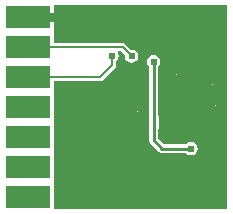
<source format=gbl>
G04 Layer_Physical_Order=2*
G04 Layer_Color=11436288*
%FSLAX25Y25*%
%MOIN*%
G70*
G01*
G75*
%ADD16R,0.15000X0.07600*%
%ADD17C,0.00600*%
%ADD21C,0.01000*%
%ADD22C,0.02400*%
G36*
X178929Y447724D02*
X178929Y447724D01*
Y445276D01*
X178929Y445276D01*
Y413571D01*
X121000D01*
Y422300D01*
X121000D01*
Y422700D01*
X121000D01*
Y432300D01*
X121000D01*
Y432700D01*
X121000D01*
Y442300D01*
X121000D01*
Y442700D01*
X121000D01*
Y452300D01*
X121000D01*
Y452700D01*
X121000D01*
Y456175D01*
X136500D01*
X137007Y456275D01*
X137437Y456563D01*
X141437Y460563D01*
X141725Y460993D01*
X141825Y461500D01*
Y462740D01*
X142086Y462914D01*
X142572Y463642D01*
X142743Y464500D01*
X142572Y465358D01*
X142361Y465674D01*
X142628Y466175D01*
X143451D01*
X144818Y464807D01*
X144757Y464500D01*
X144928Y463642D01*
X145414Y462914D01*
X146142Y462428D01*
X147000Y462257D01*
X147858Y462428D01*
X148586Y462914D01*
X149072Y463642D01*
X149243Y464500D01*
X149072Y465358D01*
X148586Y466086D01*
X147858Y466572D01*
X147000Y466743D01*
X146693Y466682D01*
X144937Y468437D01*
X144507Y468725D01*
X144000Y468825D01*
X121000D01*
Y472300D01*
X121000D01*
Y472700D01*
X121000D01*
Y476000D01*
X112500D01*
Y479000D01*
X121000D01*
Y481429D01*
X178929D01*
Y447724D01*
D02*
G37*
%LPC*%
G36*
X178144Y445000D02*
X178000D01*
Y444856D01*
X178086Y444914D01*
X178144Y445000D01*
D02*
G37*
G36*
X175000D02*
X174856D01*
X174914Y444914D01*
X175000Y444856D01*
Y445000D01*
D02*
G37*
G36*
X159000Y444144D02*
Y444000D01*
X159144D01*
X159086Y444086D01*
X159000Y444144D01*
D02*
G37*
G36*
X175000Y448144D02*
X174914Y448086D01*
X174856Y448000D01*
X175000D01*
Y448144D01*
D02*
G37*
G36*
X178000D02*
Y448000D01*
X178144D01*
X178086Y448086D01*
X178000Y448144D01*
D02*
G37*
G36*
X149000Y446144D02*
X148914Y446086D01*
X148856Y446000D01*
X149000D01*
Y446144D01*
D02*
G37*
G36*
X152000D02*
Y446000D01*
X152144D01*
X152086Y446086D01*
X152000Y446144D01*
D02*
G37*
G36*
X145975Y432199D02*
X145832D01*
Y432055D01*
X145918Y432113D01*
X145975Y432199D01*
D02*
G37*
G36*
X142832Y435343D02*
X142745Y435285D01*
X142688Y435199D01*
X142832D01*
Y435343D01*
D02*
G37*
G36*
X154332Y464942D02*
X153473Y464771D01*
X152745Y464285D01*
X152259Y463557D01*
X152088Y462699D01*
X152259Y461841D01*
X152745Y461113D01*
X152802Y461075D01*
Y445914D01*
X152802Y445914D01*
Y443086D01*
X152802Y443086D01*
Y436668D01*
X152919Y436083D01*
X153250Y435587D01*
X156220Y432618D01*
X156716Y432286D01*
X156813Y432267D01*
X157301Y432170D01*
X165208D01*
X165245Y432113D01*
X165973Y431627D01*
X166832Y431456D01*
X167690Y431627D01*
X168418Y432113D01*
X168904Y432841D01*
X169075Y433699D01*
X168904Y434557D01*
X168418Y435285D01*
X167690Y435771D01*
X166832Y435942D01*
X165973Y435771D01*
X165245Y435285D01*
X165208Y435228D01*
X157934D01*
X155861Y437302D01*
Y440348D01*
X156000Y440422D01*
Y442500D01*
Y444578D01*
X155861Y444652D01*
Y461075D01*
X155918Y461113D01*
X156404Y461841D01*
X156575Y462699D01*
X156404Y463557D01*
X155918Y464285D01*
X155190Y464771D01*
X154332Y464942D01*
D02*
G37*
G36*
X142832Y432199D02*
X142688D01*
X142745Y432113D01*
X142832Y432055D01*
Y432199D01*
D02*
G37*
G36*
X149000Y443000D02*
X148856D01*
X148914Y442914D01*
X149000Y442856D01*
Y443000D01*
D02*
G37*
G36*
X152144D02*
X152000D01*
Y442856D01*
X152086Y442914D01*
X152144Y443000D01*
D02*
G37*
G36*
X145832Y435343D02*
Y435199D01*
X145975D01*
X145918Y435285D01*
X145832Y435343D01*
D02*
G37*
G36*
X159144Y441000D02*
X159000D01*
Y440856D01*
X159086Y440914D01*
X159144Y441000D01*
D02*
G37*
G36*
X174000Y452000D02*
X173856D01*
X173914Y451914D01*
X174000Y451856D01*
Y452000D01*
D02*
G37*
G36*
X177500Y466644D02*
Y466500D01*
X177644D01*
X177586Y466586D01*
X177500Y466644D01*
D02*
G37*
G36*
X174500D02*
X174414Y466586D01*
X174356Y466500D01*
X174500D01*
Y466644D01*
D02*
G37*
G36*
X177644Y463500D02*
X177500D01*
Y463356D01*
X177586Y463414D01*
X177644Y463500D01*
D02*
G37*
G36*
X174500Y469500D02*
X174356D01*
X174414Y469414D01*
X174500Y469356D01*
Y469500D01*
D02*
G37*
G36*
X177500Y472644D02*
Y472500D01*
X177644D01*
X177586Y472586D01*
X177500Y472644D01*
D02*
G37*
G36*
X174500D02*
X174414Y472586D01*
X174356Y472500D01*
X174500D01*
Y472644D01*
D02*
G37*
G36*
X177644Y469500D02*
X177500D01*
Y469356D01*
X177586Y469414D01*
X177644Y469500D01*
D02*
G37*
G36*
X174500Y463500D02*
X174356D01*
X174414Y463414D01*
X174500Y463356D01*
Y463500D01*
D02*
G37*
G36*
X177000Y455144D02*
Y455000D01*
X177144D01*
X177086Y455086D01*
X177000Y455144D01*
D02*
G37*
G36*
X174000D02*
X173914Y455086D01*
X173856Y455000D01*
X174000D01*
Y455144D01*
D02*
G37*
G36*
X177144Y452000D02*
X177000D01*
Y451856D01*
X177086Y451914D01*
X177144Y452000D01*
D02*
G37*
G36*
X162000Y458500D02*
X161856D01*
X161914Y458414D01*
X162000Y458356D01*
Y458500D01*
D02*
G37*
G36*
X165000Y461644D02*
Y461500D01*
X165144D01*
X165086Y461586D01*
X165000Y461644D01*
D02*
G37*
G36*
X162000D02*
X161914Y461586D01*
X161856Y461500D01*
X162000D01*
Y461644D01*
D02*
G37*
G36*
X165144Y458500D02*
X165000D01*
Y458356D01*
X165086Y458414D01*
X165144Y458500D01*
D02*
G37*
%LPD*%
D16*
X112500Y477500D02*
D03*
Y467500D02*
D03*
Y457500D02*
D03*
Y447500D02*
D03*
Y437500D02*
D03*
Y427500D02*
D03*
Y417500D02*
D03*
D17*
X140500Y461500D02*
Y464500D01*
X136500Y457500D02*
X140500Y461500D01*
X112500Y457500D02*
X136500D01*
X144000Y467500D02*
X147000Y464500D01*
X112500Y467500D02*
X144000D01*
D21*
X157301Y433699D02*
X166832D01*
X154332Y436668D02*
X157301Y433699D01*
X154332Y436668D02*
Y462699D01*
D22*
D03*
X176500Y446500D02*
D03*
X144332Y433699D02*
D03*
X166832D02*
D03*
X175500Y453500D02*
D03*
X163500Y460000D02*
D03*
X157500Y442500D02*
D03*
X150500Y444500D02*
D03*
X176000Y465000D02*
D03*
Y471000D02*
D03*
X140500Y464500D02*
D03*
X147000D02*
D03*
M02*

</source>
